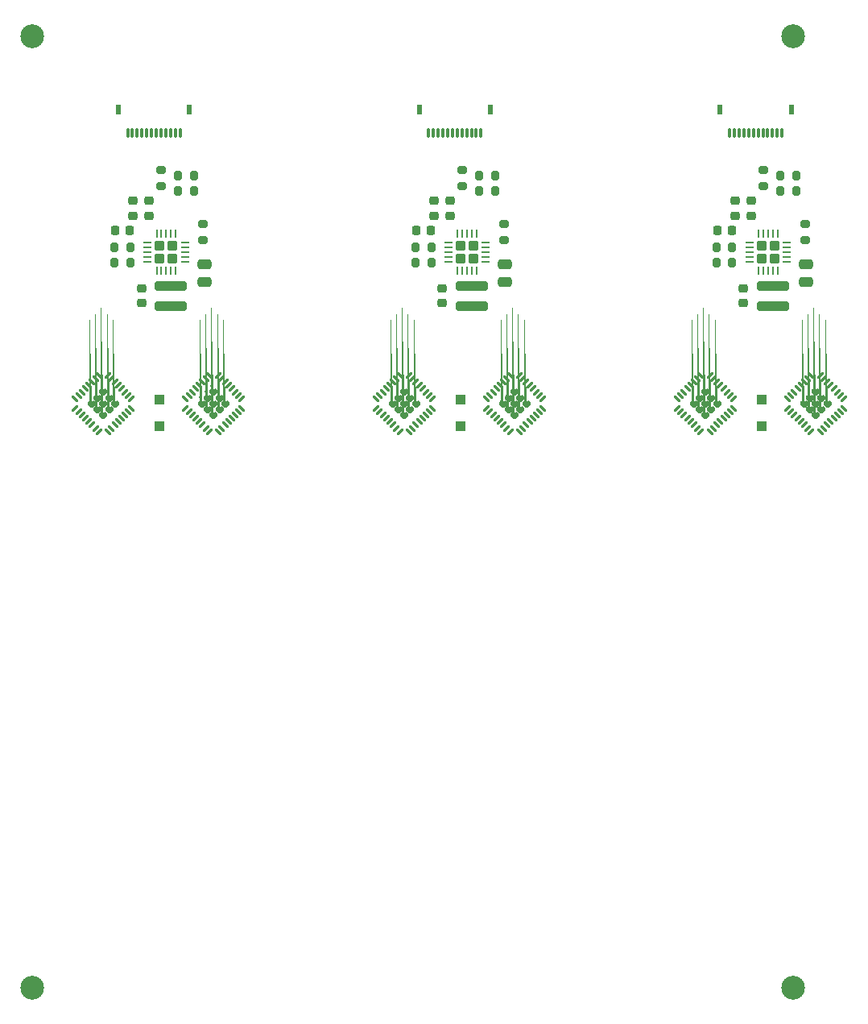
<source format=gbr>
%TF.GenerationSoftware,KiCad,Pcbnew,(6.0.5)*%
%TF.CreationDate,2022-11-09T23:01:59+01:00*%
%TF.ProjectId,piezo_driver_panel,7069657a-6f5f-4647-9269-7665725f7061,rev?*%
%TF.SameCoordinates,PXe4e1c0PYe4e1c0*%
%TF.FileFunction,Paste,Top*%
%TF.FilePolarity,Positive*%
%FSLAX46Y46*%
G04 Gerber Fmt 4.6, Leading zero omitted, Abs format (unit mm)*
G04 Created by KiCad (PCBNEW (6.0.5)) date 2022-11-09 23:01:59*
%MOMM*%
%LPD*%
G01*
G04 APERTURE LIST*
G04 Aperture macros list*
%AMRoundRect*
0 Rectangle with rounded corners*
0 $1 Rounding radius*
0 $2 $3 $4 $5 $6 $7 $8 $9 X,Y pos of 4 corners*
0 Add a 4 corners polygon primitive as box body*
4,1,4,$2,$3,$4,$5,$6,$7,$8,$9,$2,$3,0*
0 Add four circle primitives for the rounded corners*
1,1,$1+$1,$2,$3*
1,1,$1+$1,$4,$5*
1,1,$1+$1,$6,$7*
1,1,$1+$1,$8,$9*
0 Add four rect primitives between the rounded corners*
20,1,$1+$1,$2,$3,$4,$5,0*
20,1,$1+$1,$4,$5,$6,$7,0*
20,1,$1+$1,$6,$7,$8,$9,0*
20,1,$1+$1,$8,$9,$2,$3,0*%
%AMFreePoly0*
4,1,57,0.169942,0.379872,0.174690,0.380208,0.177243,0.378813,0.183850,0.377855,0.210546,0.360618,0.238454,0.345370,0.345370,0.238454,0.359123,0.220036,0.362716,0.216918,0.363535,0.214127,0.367530,0.208778,0.374219,0.177706,0.383170,0.147196,0.383170,-0.147196,0.379870,-0.169946,0.380206,-0.174690,0.378813,-0.177241,0.377855,-0.183850,0.360615,-0.210550,0.345370,-0.238454,
0.238454,-0.345370,0.220036,-0.359123,0.216918,-0.362716,0.214127,-0.363535,0.208778,-0.367530,0.177706,-0.374219,0.147196,-0.383170,-0.147196,-0.383170,-0.169946,-0.379870,-0.174690,-0.380206,-0.177241,-0.378813,-0.183850,-0.377855,-0.210550,-0.360615,-0.238454,-0.345370,-0.345370,-0.238454,-0.359123,-0.220036,-0.362716,-0.216918,-0.363535,-0.214127,-0.367530,-0.208778,-0.374219,-0.177706,
-0.383170,-0.147196,-0.383170,0.147196,-0.379872,0.169942,-0.380208,0.174690,-0.378813,0.177243,-0.377855,0.183850,-0.360618,0.210546,-0.345370,0.238454,-0.238454,0.345370,-0.220036,0.359123,-0.216918,0.362716,-0.214127,0.363535,-0.208778,0.367530,-0.177706,0.374219,-0.147196,0.383170,0.147196,0.383170,0.169942,0.379872,0.169942,0.379872,$1*%
G04 Aperture macros list end*
%ADD10RoundRect,0.225000X0.250000X-0.225000X0.250000X0.225000X-0.250000X0.225000X-0.250000X-0.225000X0*%
%ADD11RoundRect,0.200000X-0.200000X-0.275000X0.200000X-0.275000X0.200000X0.275000X-0.200000X0.275000X0*%
%ADD12RoundRect,0.200000X0.275000X-0.200000X0.275000X0.200000X-0.275000X0.200000X-0.275000X-0.200000X0*%
%ADD13RoundRect,0.087500X0.087500X0.412500X-0.087500X0.412500X-0.087500X-0.412500X0.087500X-0.412500X0*%
%ADD14RoundRect,0.025000X0.075000X0.325000X-0.075000X0.325000X-0.075000X-0.325000X0.075000X-0.325000X0*%
%ADD15RoundRect,0.100000X0.150000X0.450000X-0.150000X0.450000X-0.150000X-0.450000X0.150000X-0.450000X0*%
%ADD16FreePoly0,135.000000*%
%ADD17RoundRect,0.062500X0.309359X-0.220971X-0.220971X0.309359X-0.309359X0.220971X0.220971X-0.309359X0*%
%ADD18RoundRect,0.062500X0.309359X0.220971X0.220971X0.309359X-0.309359X-0.220971X-0.220971X-0.309359X0*%
%ADD19RoundRect,0.232301X-0.292699X-0.292699X0.292699X-0.292699X0.292699X0.292699X-0.292699X0.292699X0*%
%ADD20RoundRect,0.062500X-0.350000X-0.062500X0.350000X-0.062500X0.350000X0.062500X-0.350000X0.062500X0*%
%ADD21RoundRect,0.062500X-0.062500X-0.350000X0.062500X-0.350000X0.062500X0.350000X-0.062500X0.350000X0*%
%ADD22C,2.500000*%
%ADD23R,1.100000X1.100000*%
%ADD24FreePoly0,45.000000*%
%ADD25RoundRect,0.062500X-0.220971X-0.309359X0.309359X0.220971X0.220971X0.309359X-0.309359X-0.220971X0*%
%ADD26RoundRect,0.062500X0.220971X-0.309359X0.309359X-0.220971X-0.220971X0.309359X-0.309359X0.220971X0*%
%ADD27RoundRect,0.225000X0.225000X0.250000X-0.225000X0.250000X-0.225000X-0.250000X0.225000X-0.250000X0*%
%ADD28RoundRect,0.250000X-0.475000X0.250000X-0.475000X-0.250000X0.475000X-0.250000X0.475000X0.250000X0*%
%ADD29RoundRect,0.200000X0.200000X0.275000X-0.200000X0.275000X-0.200000X-0.275000X0.200000X-0.275000X0*%
%ADD30RoundRect,0.200000X-0.275000X0.200000X-0.275000X-0.200000X0.275000X-0.200000X0.275000X0.200000X0*%
%ADD31RoundRect,0.250000X-1.450000X0.250000X-1.450000X-0.250000X1.450000X-0.250000X1.450000X0.250000X0*%
G04 APERTURE END LIST*
D10*
%TO.C,C5*%
X77250000Y-30575000D03*
X77250000Y-29025000D03*
%TD*%
D11*
%TO.C,R4*%
X17825000Y-18800000D03*
X19475000Y-18800000D03*
%TD*%
D10*
%TO.C,C3*%
X46400000Y-21375000D03*
X46400000Y-19825000D03*
%TD*%
D12*
%TO.C,R3*%
X20450000Y-23925000D03*
X20450000Y-22275000D03*
%TD*%
D11*
%TO.C,R1*%
X11125000Y-26300000D03*
X12775000Y-26300000D03*
%TD*%
D13*
%TO.C,J1*%
X76800000Y-12700000D03*
X75800000Y-12700000D03*
X77300000Y-12700000D03*
X79800000Y-12700000D03*
X80800000Y-12700000D03*
X80300000Y-12700000D03*
X76300000Y-12700000D03*
X79300000Y-12700000D03*
X77800000Y-12700000D03*
X78300000Y-12700000D03*
X78800000Y-12700000D03*
X81300000Y-12700000D03*
D14*
X75800000Y-12700000D03*
X76300000Y-12700000D03*
X76800000Y-12700000D03*
X77300000Y-12700000D03*
X77800000Y-12700000D03*
X78300000Y-12700000D03*
X78800000Y-12700000D03*
X79300000Y-12700000D03*
X79800000Y-12700000D03*
X80300000Y-12700000D03*
X80800000Y-12700000D03*
D15*
X82300000Y-10200000D03*
X74800000Y-10200000D03*
%TD*%
D16*
%TO.C,U2*%
X83624348Y-41100000D03*
X84850000Y-42325652D03*
X84237174Y-41712826D03*
X85462826Y-40487174D03*
X84850000Y-41100000D03*
X84850000Y-39874348D03*
X85462826Y-41712826D03*
X84237174Y-40487174D03*
X86075652Y-41100000D03*
D17*
X85336136Y-44061010D03*
X85689689Y-43707456D03*
X86043243Y-43353903D03*
X86396796Y-43000349D03*
X86750349Y-42646796D03*
X87103903Y-42293243D03*
X87457456Y-41939689D03*
X87811010Y-41586136D03*
D18*
X87811010Y-40613864D03*
X87457456Y-40260311D03*
X87103903Y-39906757D03*
X86750349Y-39553204D03*
X86396796Y-39199651D03*
X86043243Y-38846097D03*
X85689689Y-38492544D03*
X85336136Y-38138990D03*
D17*
X84363864Y-38138990D03*
X84010311Y-38492544D03*
X83656757Y-38846097D03*
X83303204Y-39199651D03*
X82949651Y-39553204D03*
X82596097Y-39906757D03*
X82242544Y-40260311D03*
X81888990Y-40613864D03*
D18*
X81888990Y-41586136D03*
X82242544Y-41939689D03*
X82596097Y-42293243D03*
X82949651Y-42646796D03*
X83303204Y-43000349D03*
X83656757Y-43353903D03*
X84010311Y-43707456D03*
X84363864Y-44061010D03*
%TD*%
D19*
%TO.C,U3*%
X17225000Y-24525000D03*
X15875000Y-24525000D03*
X15875000Y-25875000D03*
X17225000Y-25875000D03*
D20*
X14587500Y-24200000D03*
X14587500Y-24700000D03*
X14587500Y-25200000D03*
X14587500Y-25700000D03*
X14587500Y-26200000D03*
D21*
X15550000Y-27162500D03*
X16050000Y-27162500D03*
X16550000Y-27162500D03*
X17050000Y-27162500D03*
X17550000Y-27162500D03*
D20*
X18512500Y-26200000D03*
X18512500Y-25700000D03*
X18512500Y-25200000D03*
X18512500Y-24700000D03*
X18512500Y-24200000D03*
D21*
X17550000Y-23237500D03*
X17050000Y-23237500D03*
X16550000Y-23237500D03*
X16050000Y-23237500D03*
X15550000Y-23237500D03*
%TD*%
D11*
%TO.C,R2*%
X11125000Y-24700000D03*
X12775000Y-24700000D03*
%TD*%
D16*
%TO.C,U2*%
X20324348Y-41100000D03*
X21550000Y-41100000D03*
X21550000Y-42325652D03*
X22775652Y-41100000D03*
X20937174Y-41712826D03*
X21550000Y-39874348D03*
X22162826Y-41712826D03*
X20937174Y-40487174D03*
X22162826Y-40487174D03*
D17*
X22036136Y-44061010D03*
X22389689Y-43707456D03*
X22743243Y-43353903D03*
X23096796Y-43000349D03*
X23450349Y-42646796D03*
X23803903Y-42293243D03*
X24157456Y-41939689D03*
X24511010Y-41586136D03*
D18*
X24511010Y-40613864D03*
X24157456Y-40260311D03*
X23803903Y-39906757D03*
X23450349Y-39553204D03*
X23096796Y-39199651D03*
X22743243Y-38846097D03*
X22389689Y-38492544D03*
X22036136Y-38138990D03*
D17*
X21063864Y-38138990D03*
X20710311Y-38492544D03*
X20356757Y-38846097D03*
X20003204Y-39199651D03*
X19649651Y-39553204D03*
X19296097Y-39906757D03*
X18942544Y-40260311D03*
X18588990Y-40613864D03*
D18*
X18588990Y-41586136D03*
X18942544Y-41939689D03*
X19296097Y-42293243D03*
X19649651Y-42646796D03*
X20003204Y-43000349D03*
X20356757Y-43353903D03*
X20710311Y-43707456D03*
X21063864Y-44061010D03*
%TD*%
D11*
%TO.C,R1*%
X42775000Y-26300000D03*
X44425000Y-26300000D03*
%TD*%
D22*
%TO.C,REF\u002A\u002A*%
X2500000Y-102500000D03*
%TD*%
D10*
%TO.C,C5*%
X13950000Y-30575000D03*
X13950000Y-29025000D03*
%TD*%
D16*
%TO.C,U2*%
X52587174Y-41712826D03*
X53200000Y-39874348D03*
X52587174Y-40487174D03*
X54425652Y-41100000D03*
X53812826Y-41712826D03*
X53812826Y-40487174D03*
X51974348Y-41100000D03*
X53200000Y-42325652D03*
X53200000Y-41100000D03*
D17*
X53686136Y-44061010D03*
X54039689Y-43707456D03*
X54393243Y-43353903D03*
X54746796Y-43000349D03*
X55100349Y-42646796D03*
X55453903Y-42293243D03*
X55807456Y-41939689D03*
X56161010Y-41586136D03*
D18*
X56161010Y-40613864D03*
X55807456Y-40260311D03*
X55453903Y-39906757D03*
X55100349Y-39553204D03*
X54746796Y-39199651D03*
X54393243Y-38846097D03*
X54039689Y-38492544D03*
X53686136Y-38138990D03*
D17*
X52713864Y-38138990D03*
X52360311Y-38492544D03*
X52006757Y-38846097D03*
X51653204Y-39199651D03*
X51299651Y-39553204D03*
X50946097Y-39906757D03*
X50592544Y-40260311D03*
X50238990Y-40613864D03*
D18*
X50238990Y-41586136D03*
X50592544Y-41939689D03*
X50946097Y-42293243D03*
X51299651Y-42646796D03*
X51653204Y-43000349D03*
X52006757Y-43353903D03*
X52360311Y-43707456D03*
X52713864Y-44061010D03*
%TD*%
D23*
%TO.C,D1*%
X15850000Y-43500000D03*
X15850000Y-40700000D03*
%TD*%
D24*
%TO.C,U1*%
X40374348Y-41100000D03*
X41600000Y-41100000D03*
X42825652Y-41100000D03*
X41600000Y-39874348D03*
X40987174Y-41712826D03*
X41600000Y-42325652D03*
X42212826Y-41712826D03*
X40987174Y-40487174D03*
X42212826Y-40487174D03*
D25*
X38638990Y-41586136D03*
X38992544Y-41939689D03*
X39346097Y-42293243D03*
X39699651Y-42646796D03*
X40053204Y-43000349D03*
X40406757Y-43353903D03*
X40760311Y-43707456D03*
X41113864Y-44061010D03*
D26*
X42086136Y-44061010D03*
X42439689Y-43707456D03*
X42793243Y-43353903D03*
X43146796Y-43000349D03*
X43500349Y-42646796D03*
X43853903Y-42293243D03*
X44207456Y-41939689D03*
X44561010Y-41586136D03*
D25*
X44561010Y-40613864D03*
X44207456Y-40260311D03*
X43853903Y-39906757D03*
X43500349Y-39553204D03*
X43146796Y-39199651D03*
X42793243Y-38846097D03*
X42439689Y-38492544D03*
X42086136Y-38138990D03*
D26*
X41113864Y-38138990D03*
X40760311Y-38492544D03*
X40406757Y-38846097D03*
X40053204Y-39199651D03*
X39699651Y-39553204D03*
X39346097Y-39906757D03*
X38992544Y-40260311D03*
X38638990Y-40613864D03*
%TD*%
D22*
%TO.C,REF\u002A\u002A*%
X2500000Y-2500000D03*
%TD*%
D11*
%TO.C,R4*%
X81125000Y-18800000D03*
X82775000Y-18800000D03*
%TD*%
D27*
%TO.C,C1*%
X44375000Y-22900000D03*
X42825000Y-22900000D03*
%TD*%
D19*
%TO.C,U3*%
X48875000Y-25875000D03*
X47525000Y-25875000D03*
X48875000Y-24525000D03*
X47525000Y-24525000D03*
D20*
X46237500Y-24200000D03*
X46237500Y-24700000D03*
X46237500Y-25200000D03*
X46237500Y-25700000D03*
X46237500Y-26200000D03*
D21*
X47200000Y-27162500D03*
X47700000Y-27162500D03*
X48200000Y-27162500D03*
X48700000Y-27162500D03*
X49200000Y-27162500D03*
D20*
X50162500Y-26200000D03*
X50162500Y-25700000D03*
X50162500Y-25200000D03*
X50162500Y-24700000D03*
X50162500Y-24200000D03*
D21*
X49200000Y-23237500D03*
X48700000Y-23237500D03*
X48200000Y-23237500D03*
X47700000Y-23237500D03*
X47200000Y-23237500D03*
%TD*%
D24*
%TO.C,U1*%
X9337174Y-41712826D03*
X9950000Y-39874348D03*
X9950000Y-41100000D03*
X9337174Y-40487174D03*
X10562826Y-40487174D03*
X9950000Y-42325652D03*
X8724348Y-41100000D03*
X11175652Y-41100000D03*
X10562826Y-41712826D03*
D25*
X6988990Y-41586136D03*
X7342544Y-41939689D03*
X7696097Y-42293243D03*
X8049651Y-42646796D03*
X8403204Y-43000349D03*
X8756757Y-43353903D03*
X9110311Y-43707456D03*
X9463864Y-44061010D03*
D26*
X10436136Y-44061010D03*
X10789689Y-43707456D03*
X11143243Y-43353903D03*
X11496796Y-43000349D03*
X11850349Y-42646796D03*
X12203903Y-42293243D03*
X12557456Y-41939689D03*
X12911010Y-41586136D03*
D25*
X12911010Y-40613864D03*
X12557456Y-40260311D03*
X12203903Y-39906757D03*
X11850349Y-39553204D03*
X11496796Y-39199651D03*
X11143243Y-38846097D03*
X10789689Y-38492544D03*
X10436136Y-38138990D03*
D26*
X9463864Y-38138990D03*
X9110311Y-38492544D03*
X8756757Y-38846097D03*
X8403204Y-39199651D03*
X8049651Y-39553204D03*
X7696097Y-39906757D03*
X7342544Y-40260311D03*
X6988990Y-40613864D03*
%TD*%
D12*
%TO.C,R3*%
X83750000Y-23925000D03*
X83750000Y-22275000D03*
%TD*%
D13*
%TO.C,J1*%
X17000000Y-12700000D03*
X13000000Y-12700000D03*
X16000000Y-12700000D03*
X16500000Y-12700000D03*
X15000000Y-12700000D03*
X14500000Y-12700000D03*
X13500000Y-12700000D03*
X15500000Y-12700000D03*
X14000000Y-12700000D03*
X12500000Y-12700000D03*
X18000000Y-12700000D03*
X17500000Y-12700000D03*
D14*
X12500000Y-12700000D03*
X13000000Y-12700000D03*
X13500000Y-12700000D03*
X14000000Y-12700000D03*
X14500000Y-12700000D03*
X15000000Y-12700000D03*
X15500000Y-12700000D03*
X16000000Y-12700000D03*
X16500000Y-12700000D03*
X17000000Y-12700000D03*
X17500000Y-12700000D03*
D15*
X11500000Y-10200000D03*
X19000000Y-10200000D03*
%TD*%
D10*
%TO.C,C5*%
X45600000Y-30575000D03*
X45600000Y-29025000D03*
%TD*%
%TO.C,C3*%
X78050000Y-21375000D03*
X78050000Y-19825000D03*
%TD*%
D28*
%TO.C,C4*%
X20550000Y-26450000D03*
X20550000Y-28350000D03*
%TD*%
D29*
%TO.C,R5*%
X19475000Y-17200000D03*
X17825000Y-17200000D03*
%TD*%
D30*
%TO.C,R6*%
X47700000Y-16575000D03*
X47700000Y-18225000D03*
%TD*%
%TO.C,R6*%
X79350000Y-16575000D03*
X79350000Y-18225000D03*
%TD*%
D11*
%TO.C,R2*%
X42775000Y-24700000D03*
X44425000Y-24700000D03*
%TD*%
D27*
%TO.C,C1*%
X76025000Y-22900000D03*
X74475000Y-22900000D03*
%TD*%
D11*
%TO.C,R4*%
X49475000Y-18800000D03*
X51125000Y-18800000D03*
%TD*%
D10*
%TO.C,C2*%
X76350000Y-21375000D03*
X76350000Y-19825000D03*
%TD*%
D28*
%TO.C,C4*%
X52200000Y-26450000D03*
X52200000Y-28350000D03*
%TD*%
D22*
%TO.C,REF\u002A\u002A*%
X82500000Y-2500000D03*
%TD*%
D27*
%TO.C,C1*%
X12725000Y-22900000D03*
X11175000Y-22900000D03*
%TD*%
D10*
%TO.C,C3*%
X14750000Y-21375000D03*
X14750000Y-19825000D03*
%TD*%
D29*
%TO.C,R5*%
X82775000Y-17200000D03*
X81125000Y-17200000D03*
%TD*%
D12*
%TO.C,R3*%
X52100000Y-23925000D03*
X52100000Y-22275000D03*
%TD*%
D11*
%TO.C,R1*%
X74425000Y-26300000D03*
X76075000Y-26300000D03*
%TD*%
D23*
%TO.C,D1*%
X79150000Y-43500000D03*
X79150000Y-40700000D03*
%TD*%
D31*
%TO.C,L1*%
X48700000Y-28800000D03*
X48700000Y-30900000D03*
%TD*%
D19*
%TO.C,U3*%
X80525000Y-24525000D03*
X79175000Y-25875000D03*
X79175000Y-24525000D03*
X80525000Y-25875000D03*
D20*
X77887500Y-24200000D03*
X77887500Y-24700000D03*
X77887500Y-25200000D03*
X77887500Y-25700000D03*
X77887500Y-26200000D03*
D21*
X78850000Y-27162500D03*
X79350000Y-27162500D03*
X79850000Y-27162500D03*
X80350000Y-27162500D03*
X80850000Y-27162500D03*
D20*
X81812500Y-26200000D03*
X81812500Y-25700000D03*
X81812500Y-25200000D03*
X81812500Y-24700000D03*
X81812500Y-24200000D03*
D21*
X80850000Y-23237500D03*
X80350000Y-23237500D03*
X79850000Y-23237500D03*
X79350000Y-23237500D03*
X78850000Y-23237500D03*
%TD*%
D13*
%TO.C,J1*%
X49650000Y-12700000D03*
X45150000Y-12700000D03*
X44150000Y-12700000D03*
X49150000Y-12700000D03*
X48150000Y-12700000D03*
X46150000Y-12700000D03*
X45650000Y-12700000D03*
X47650000Y-12700000D03*
X47150000Y-12700000D03*
X44650000Y-12700000D03*
X48650000Y-12700000D03*
X46650000Y-12700000D03*
D14*
X44150000Y-12700000D03*
X44650000Y-12700000D03*
X45150000Y-12700000D03*
X45650000Y-12700000D03*
X46150000Y-12700000D03*
X46650000Y-12700000D03*
X47150000Y-12700000D03*
X47650000Y-12700000D03*
X48150000Y-12700000D03*
X48650000Y-12700000D03*
X49150000Y-12700000D03*
D15*
X43150000Y-10200000D03*
X50650000Y-10200000D03*
%TD*%
D10*
%TO.C,C2*%
X13050000Y-21375000D03*
X13050000Y-19825000D03*
%TD*%
D29*
%TO.C,R5*%
X51125000Y-17200000D03*
X49475000Y-17200000D03*
%TD*%
D23*
%TO.C,D1*%
X47500000Y-43500000D03*
X47500000Y-40700000D03*
%TD*%
D10*
%TO.C,C2*%
X44700000Y-21375000D03*
X44700000Y-19825000D03*
%TD*%
D31*
%TO.C,L1*%
X17050000Y-28800000D03*
X17050000Y-30900000D03*
%TD*%
D11*
%TO.C,R2*%
X74425000Y-24700000D03*
X76075000Y-24700000D03*
%TD*%
D31*
%TO.C,L1*%
X80350000Y-28800000D03*
X80350000Y-30900000D03*
%TD*%
D30*
%TO.C,R6*%
X16050000Y-16575000D03*
X16050000Y-18225000D03*
%TD*%
D28*
%TO.C,C4*%
X83850000Y-26450000D03*
X83850000Y-28350000D03*
%TD*%
D24*
%TO.C,U1*%
X72024348Y-41100000D03*
X72637174Y-40487174D03*
X72637174Y-41712826D03*
X73862826Y-41712826D03*
X74475652Y-41100000D03*
X73250000Y-39874348D03*
X73250000Y-41100000D03*
X73250000Y-42325652D03*
X73862826Y-40487174D03*
D25*
X70288990Y-41586136D03*
X70642544Y-41939689D03*
X70996097Y-42293243D03*
X71349651Y-42646796D03*
X71703204Y-43000349D03*
X72056757Y-43353903D03*
X72410311Y-43707456D03*
X72763864Y-44061010D03*
D26*
X73736136Y-44061010D03*
X74089689Y-43707456D03*
X74443243Y-43353903D03*
X74796796Y-43000349D03*
X75150349Y-42646796D03*
X75503903Y-42293243D03*
X75857456Y-41939689D03*
X76211010Y-41586136D03*
D25*
X76211010Y-40613864D03*
X75857456Y-40260311D03*
X75503903Y-39906757D03*
X75150349Y-39553204D03*
X74796796Y-39199651D03*
X74443243Y-38846097D03*
X74089689Y-38492544D03*
X73736136Y-38138990D03*
D26*
X72763864Y-38138990D03*
X72410311Y-38492544D03*
X72056757Y-38846097D03*
X71703204Y-39199651D03*
X71349651Y-39553204D03*
X70996097Y-39906757D03*
X70642544Y-40260311D03*
X70288990Y-40613864D03*
%TD*%
D22*
%TO.C,REF\u002A\u002A*%
X82500000Y-102500000D03*
%TD*%
M02*

</source>
